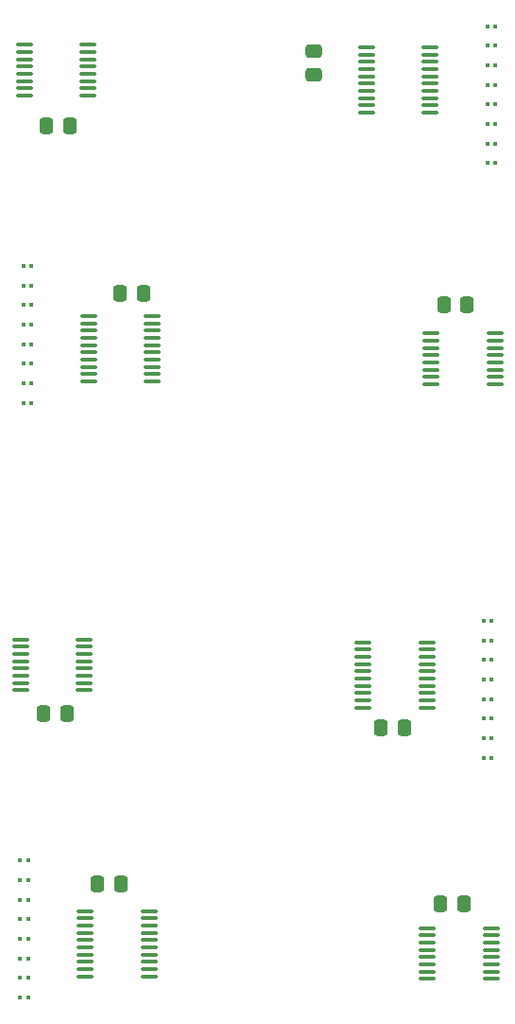
<source format=gbr>
%TF.GenerationSoftware,KiCad,Pcbnew,7.0.10*%
%TF.CreationDate,2024-02-22T16:17:49+01:00*%
%TF.ProjectId,PCB,5043422e-6b69-4636-9164-5f7063625858,rev?*%
%TF.SameCoordinates,Original*%
%TF.FileFunction,Paste,Top*%
%TF.FilePolarity,Positive*%
%FSLAX46Y46*%
G04 Gerber Fmt 4.6, Leading zero omitted, Abs format (unit mm)*
G04 Created by KiCad (PCBNEW 7.0.10) date 2024-02-22 16:17:49*
%MOMM*%
%LPD*%
G01*
G04 APERTURE LIST*
G04 Aperture macros list*
%AMRoundRect*
0 Rectangle with rounded corners*
0 $1 Rounding radius*
0 $2 $3 $4 $5 $6 $7 $8 $9 X,Y pos of 4 corners*
0 Add a 4 corners polygon primitive as box body*
4,1,4,$2,$3,$4,$5,$6,$7,$8,$9,$2,$3,0*
0 Add four circle primitives for the rounded corners*
1,1,$1+$1,$2,$3*
1,1,$1+$1,$4,$5*
1,1,$1+$1,$6,$7*
1,1,$1+$1,$8,$9*
0 Add four rect primitives between the rounded corners*
20,1,$1+$1,$2,$3,$4,$5,0*
20,1,$1+$1,$4,$5,$6,$7,0*
20,1,$1+$1,$6,$7,$8,$9,0*
20,1,$1+$1,$8,$9,$2,$3,0*%
G04 Aperture macros list end*
%ADD10RoundRect,0.100000X0.637500X0.100000X-0.637500X0.100000X-0.637500X-0.100000X0.637500X-0.100000X0*%
%ADD11RoundRect,0.079500X0.079500X0.100500X-0.079500X0.100500X-0.079500X-0.100500X0.079500X-0.100500X0*%
%ADD12RoundRect,0.250000X-0.337500X-0.475000X0.337500X-0.475000X0.337500X0.475000X-0.337500X0.475000X0*%
%ADD13RoundRect,0.079500X-0.079500X-0.100500X0.079500X-0.100500X0.079500X0.100500X-0.079500X0.100500X0*%
%ADD14RoundRect,0.250000X0.337500X0.475000X-0.337500X0.475000X-0.337500X-0.475000X0.337500X-0.475000X0*%
%ADD15RoundRect,0.100000X-0.637500X-0.100000X0.637500X-0.100000X0.637500X0.100000X-0.637500X0.100000X0*%
%ADD16RoundRect,0.250000X-0.475000X0.337500X-0.475000X-0.337500X0.475000X-0.337500X0.475000X0.337500X0*%
G04 APERTURE END LIST*
D10*
%TO.C,U4*%
X90101500Y-112681400D03*
X90101500Y-112031400D03*
X90101500Y-111381400D03*
X90101500Y-110731400D03*
X90101500Y-110081400D03*
X90101500Y-109431400D03*
X90101500Y-108781400D03*
X90101500Y-108131400D03*
X84376500Y-108131400D03*
X84376500Y-108781400D03*
X84376500Y-109431400D03*
X84376500Y-110081400D03*
X84376500Y-110731400D03*
X84376500Y-111381400D03*
X84376500Y-112031400D03*
X84376500Y-112681400D03*
%TD*%
D11*
%TO.C,R28*%
X48925000Y-55875600D03*
X48235000Y-55875600D03*
%TD*%
%TO.C,R19*%
X48602500Y-110841000D03*
X47912500Y-110841000D03*
%TD*%
%TO.C,R23*%
X48602500Y-103841000D03*
X47912500Y-103841000D03*
%TD*%
%TO.C,R25*%
X48925000Y-61125600D03*
X48235000Y-61125600D03*
%TD*%
D12*
%TO.C,C8*%
X56874500Y-51308000D03*
X58949500Y-51308000D03*
%TD*%
D13*
%TO.C,R16*%
X89436500Y-92897400D03*
X90126500Y-92897400D03*
%TD*%
D11*
%TO.C,R26*%
X48925000Y-59375600D03*
X48235000Y-59375600D03*
%TD*%
D13*
%TO.C,R10*%
X89436500Y-82397400D03*
X90126500Y-82397400D03*
%TD*%
%TO.C,R14*%
X89436500Y-89397400D03*
X90126500Y-89397400D03*
%TD*%
D10*
%TO.C,U9*%
X59758500Y-59224600D03*
X59758500Y-58574600D03*
X59758500Y-57924600D03*
X59758500Y-57274600D03*
X59758500Y-56624600D03*
X59758500Y-55974600D03*
X59758500Y-55324600D03*
X59758500Y-54674600D03*
X59758500Y-54024600D03*
X59758500Y-53374600D03*
X54033500Y-53374600D03*
X54033500Y-54024600D03*
X54033500Y-54674600D03*
X54033500Y-55324600D03*
X54033500Y-55974600D03*
X54033500Y-56624600D03*
X54033500Y-57274600D03*
X54033500Y-57924600D03*
X54033500Y-58574600D03*
X54033500Y-59224600D03*
%TD*%
D14*
%TO.C,C6*%
X82317500Y-90170000D03*
X80242500Y-90170000D03*
%TD*%
D11*
%TO.C,R32*%
X48925000Y-48875600D03*
X48235000Y-48875600D03*
%TD*%
D13*
%TO.C,R11*%
X89436500Y-84147400D03*
X90126500Y-84147400D03*
%TD*%
D11*
%TO.C,R30*%
X48925000Y-52375600D03*
X48235000Y-52375600D03*
%TD*%
D13*
%TO.C,R7*%
X89759000Y-37932000D03*
X90449000Y-37932000D03*
%TD*%
D15*
%TO.C,U3*%
X78925500Y-29333000D03*
X78925500Y-29983000D03*
X78925500Y-30633000D03*
X78925500Y-31283000D03*
X78925500Y-31933000D03*
X78925500Y-32583000D03*
X78925500Y-33233000D03*
X78925500Y-33883000D03*
X78925500Y-34533000D03*
X78925500Y-35183000D03*
X84650500Y-35183000D03*
X84650500Y-34533000D03*
X84650500Y-33883000D03*
X84650500Y-33233000D03*
X84650500Y-32583000D03*
X84650500Y-31933000D03*
X84650500Y-31283000D03*
X84650500Y-30633000D03*
X84650500Y-29983000D03*
X84650500Y-29333000D03*
%TD*%
D13*
%TO.C,R4*%
X89759000Y-32682000D03*
X90449000Y-32682000D03*
%TD*%
D15*
%TO.C,U6*%
X47937500Y-82307000D03*
X47937500Y-82957000D03*
X47937500Y-83607000D03*
X47937500Y-84257000D03*
X47937500Y-84907000D03*
X47937500Y-85557000D03*
X47937500Y-86207000D03*
X47937500Y-86857000D03*
X53662500Y-86857000D03*
X53662500Y-86207000D03*
X53662500Y-85557000D03*
X53662500Y-84907000D03*
X53662500Y-84257000D03*
X53662500Y-83607000D03*
X53662500Y-82957000D03*
X53662500Y-82307000D03*
%TD*%
D13*
%TO.C,R6*%
X89759000Y-36182000D03*
X90449000Y-36182000D03*
%TD*%
%TO.C,R9*%
X89436500Y-80647400D03*
X90126500Y-80647400D03*
%TD*%
%TO.C,R8*%
X89759000Y-39682000D03*
X90449000Y-39682000D03*
%TD*%
D11*
%TO.C,R17*%
X48602500Y-114341000D03*
X47912500Y-114341000D03*
%TD*%
D16*
%TO.C,C2*%
X74168000Y-29696500D03*
X74168000Y-31771500D03*
%TD*%
D10*
%TO.C,U7*%
X59436000Y-112440000D03*
X59436000Y-111790000D03*
X59436000Y-111140000D03*
X59436000Y-110490000D03*
X59436000Y-109840000D03*
X59436000Y-109190000D03*
X59436000Y-108540000D03*
X59436000Y-107890000D03*
X59436000Y-107240000D03*
X59436000Y-106590000D03*
X53711000Y-106590000D03*
X53711000Y-107240000D03*
X53711000Y-107890000D03*
X53711000Y-108540000D03*
X53711000Y-109190000D03*
X53711000Y-109840000D03*
X53711000Y-110490000D03*
X53711000Y-111140000D03*
X53711000Y-111790000D03*
X53711000Y-112440000D03*
%TD*%
D11*
%TO.C,R31*%
X48925000Y-50625600D03*
X48235000Y-50625600D03*
%TD*%
D13*
%TO.C,R3*%
X89759000Y-30932000D03*
X90449000Y-30932000D03*
%TD*%
D11*
%TO.C,R21*%
X48602500Y-107341000D03*
X47912500Y-107341000D03*
%TD*%
D13*
%TO.C,R1*%
X89759000Y-27432000D03*
X90449000Y-27432000D03*
%TD*%
%TO.C,R15*%
X89436500Y-91147400D03*
X90126500Y-91147400D03*
%TD*%
D11*
%TO.C,R20*%
X48602500Y-109091000D03*
X47912500Y-109091000D03*
%TD*%
D12*
%TO.C,C7*%
X87651500Y-105918000D03*
X85576500Y-105918000D03*
%TD*%
D13*
%TO.C,R13*%
X89436500Y-87647400D03*
X90126500Y-87647400D03*
%TD*%
%TO.C,R12*%
X89436500Y-85897400D03*
X90126500Y-85897400D03*
%TD*%
%TO.C,R5*%
X89759000Y-34432000D03*
X90449000Y-34432000D03*
%TD*%
D12*
%TO.C,C4*%
X54842500Y-104140000D03*
X56917500Y-104140000D03*
%TD*%
D13*
%TO.C,R2*%
X89759000Y-29182000D03*
X90449000Y-29182000D03*
%TD*%
D14*
%TO.C,C9*%
X52345500Y-36322000D03*
X50270500Y-36322000D03*
%TD*%
D10*
%TO.C,U2*%
X90424000Y-59466000D03*
X90424000Y-58816000D03*
X90424000Y-58166000D03*
X90424000Y-57516000D03*
X90424000Y-56866000D03*
X90424000Y-56216000D03*
X90424000Y-55566000D03*
X90424000Y-54916000D03*
X84699000Y-54916000D03*
X84699000Y-55566000D03*
X84699000Y-56216000D03*
X84699000Y-56866000D03*
X84699000Y-57516000D03*
X84699000Y-58166000D03*
X84699000Y-58816000D03*
X84699000Y-59466000D03*
%TD*%
D14*
%TO.C,C5*%
X52091500Y-88900000D03*
X50016500Y-88900000D03*
%TD*%
D11*
%TO.C,R18*%
X48602500Y-112591000D03*
X47912500Y-112591000D03*
%TD*%
%TO.C,R22*%
X48602500Y-105591000D03*
X47912500Y-105591000D03*
%TD*%
%TO.C,R24*%
X48602500Y-102091000D03*
X47912500Y-102091000D03*
%TD*%
%TO.C,R27*%
X48925000Y-57625600D03*
X48235000Y-57625600D03*
%TD*%
D15*
%TO.C,U5*%
X78603000Y-82548400D03*
X78603000Y-83198400D03*
X78603000Y-83848400D03*
X78603000Y-84498400D03*
X78603000Y-85148400D03*
X78603000Y-85798400D03*
X78603000Y-86448400D03*
X78603000Y-87098400D03*
X78603000Y-87748400D03*
X78603000Y-88398400D03*
X84328000Y-88398400D03*
X84328000Y-87748400D03*
X84328000Y-87098400D03*
X84328000Y-86448400D03*
X84328000Y-85798400D03*
X84328000Y-85148400D03*
X84328000Y-84498400D03*
X84328000Y-83848400D03*
X84328000Y-83198400D03*
X84328000Y-82548400D03*
%TD*%
D11*
%TO.C,R29*%
X48925000Y-54125600D03*
X48235000Y-54125600D03*
%TD*%
D15*
%TO.C,U8*%
X48260000Y-29091600D03*
X48260000Y-29741600D03*
X48260000Y-30391600D03*
X48260000Y-31041600D03*
X48260000Y-31691600D03*
X48260000Y-32341600D03*
X48260000Y-32991600D03*
X48260000Y-33641600D03*
X53985000Y-33641600D03*
X53985000Y-32991600D03*
X53985000Y-32341600D03*
X53985000Y-31691600D03*
X53985000Y-31041600D03*
X53985000Y-30391600D03*
X53985000Y-29741600D03*
X53985000Y-29091600D03*
%TD*%
D12*
%TO.C,C3*%
X85852000Y-52324000D03*
X87927000Y-52324000D03*
%TD*%
M02*

</source>
